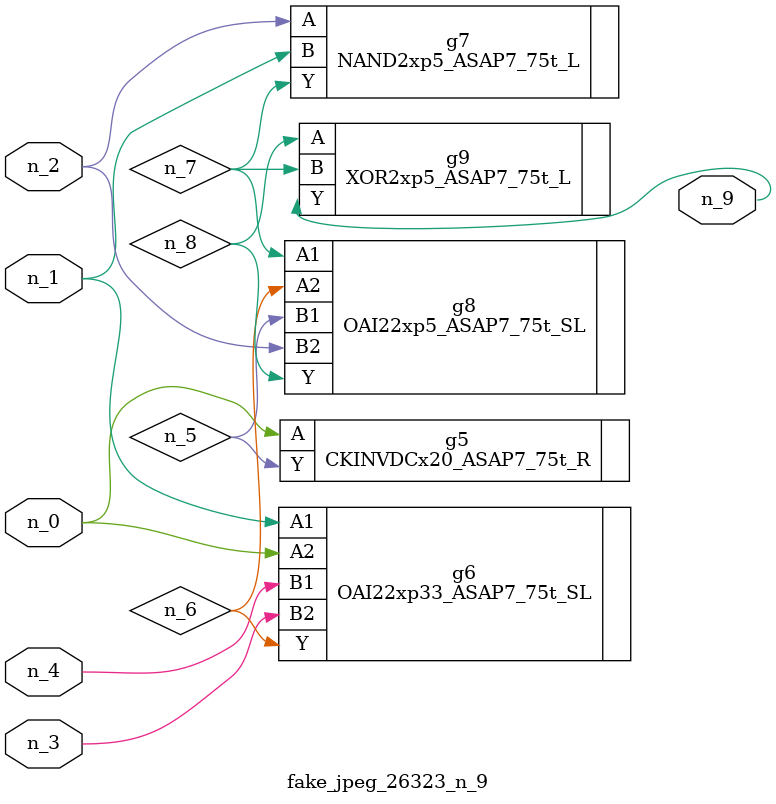
<source format=v>
module fake_jpeg_26323_n_9 (n_3, n_2, n_1, n_0, n_4, n_9);

input n_3;
input n_2;
input n_1;
input n_0;
input n_4;

output n_9;

wire n_8;
wire n_6;
wire n_5;
wire n_7;

CKINVDCx20_ASAP7_75t_R g5 ( 
.A(n_0),
.Y(n_5)
);

OAI22xp33_ASAP7_75t_SL g6 ( 
.A1(n_1),
.A2(n_0),
.B1(n_4),
.B2(n_3),
.Y(n_6)
);

NAND2xp5_ASAP7_75t_L g7 ( 
.A(n_2),
.B(n_1),
.Y(n_7)
);

OAI22xp5_ASAP7_75t_SL g8 ( 
.A1(n_7),
.A2(n_6),
.B1(n_5),
.B2(n_2),
.Y(n_8)
);

XOR2xp5_ASAP7_75t_L g9 ( 
.A(n_8),
.B(n_7),
.Y(n_9)
);


endmodule
</source>
